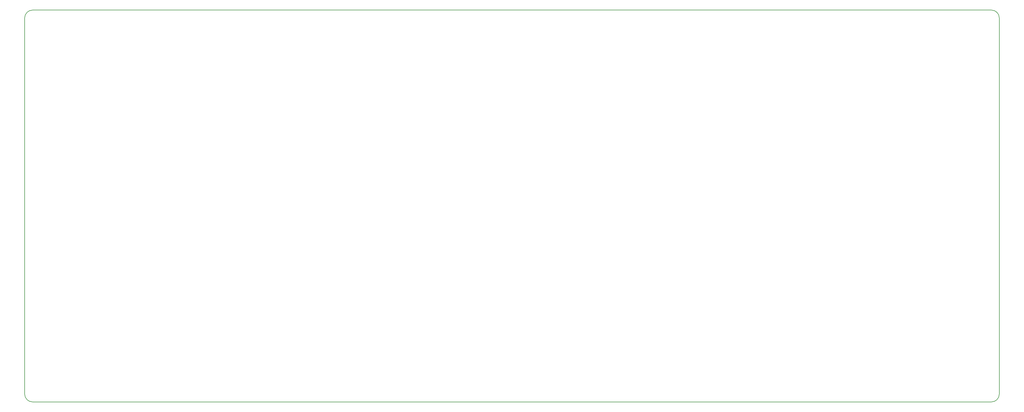
<source format=gbr>
%TF.GenerationSoftware,KiCad,Pcbnew,(5.99.0-8557-g8988e46ab1)*%
%TF.CreationDate,2021-03-06T06:48:05-07:00*%
%TF.ProjectId,SF65,53463635-2e6b-4696-9361-645f70636258,rev?*%
%TF.SameCoordinates,Original*%
%TF.FileFunction,Profile,NP*%
%FSLAX46Y46*%
G04 Gerber Fmt 4.6, Leading zero omitted, Abs format (unit mm)*
G04 Created by KiCad (PCBNEW (5.99.0-8557-g8988e46ab1)) date 2021-03-06 06:48:05*
%MOMM*%
%LPD*%
G01*
G04 APERTURE LIST*
%TA.AperFunction,Profile*%
%ADD10C,0.150000*%
%TD*%
G04 APERTURE END LIST*
D10*
X25072500Y-119380000D02*
X324872500Y-119380000D01*
X25072500Y-119380000D02*
G75*
G02*
X22572500Y-116880000I0J2500000D01*
G01*
X327372501Y-116880001D02*
G75*
G02*
X324872500Y-119380000I-2500000J1D01*
G01*
X324872500Y3270000D02*
X25072500Y3270000D01*
X327372500Y-116880000D02*
X327372500Y770000D01*
X22572500Y770000D02*
X22572500Y-116880000D01*
X324872500Y3270000D02*
G75*
G02*
X327372500Y770000I0J-2500000D01*
G01*
X22572500Y770000D02*
G75*
G02*
X25072500Y3270000I2500000J0D01*
G01*
M02*

</source>
